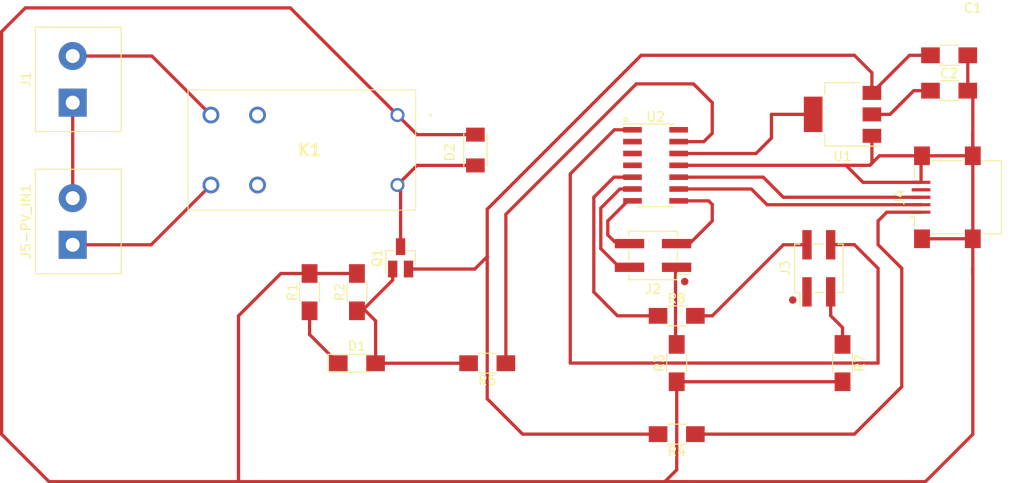
<source format=kicad_pcb>
(kicad_pcb (version 20211014) (generator pcbnew)
  (layers (0 "F.Cu" signal) (31 "B.Cu" signal) (34 "B.Paste" user) (35 "F.Paste" user) (36 "B.SilkS" user "B.Silkscreen") (37 "F.SilkS" user "F.Silkscreen") (38 "B.Mask" user) (39 "F.Mask" user) (44 "Edge.Cuts" user))
  (net 0 "")
  (net 1 "-PV IN")
  (net 2 "+5V")
  (net 3 "+3V3")
  (net 4 "OR1")
  (net 5 "Net-(D1-Pad1)")
  (net 6 "Net-(D2-Pad2)")
  (net 7 "Oven Element 1 +")
  (net 8 "RST")
  (net 9 "DIO")
  (net 10 "CLK")
  (net 11 "SCL")
  (net 12 "SDA")
  (net 13 "D- USB ")
  (net 14 "D+ USB ")
  (net 16 "+PV IN")
  (net 19 "OR2")
  (net 20 "OR3")
  (net 23 "GND")
  (net 25 "Net-(J2-Pad1)")
  (net 26 "Net-(J3-Pad2)")
  (net 27 "Net-(J3-Pad3)")
  (net 28 "Net-(R5-Pad1)")
  (footprint "fab:R_1206" (layer "F.Cu") (at 139.7 102.87 180)
    (fp_text reference "R5" (at 0 -1.85) (layer "F.SilkS"))
    (fp_text value "R")
    (fp_line (start -1 -1.07) (end 1 -1.07) (layer "F.SilkS") (width 0.12))
    (fp_line (start 1 1.07) (end -1 1.07) (layer "F.SilkS") (width 0.12))
    (pad "1" smd rect locked (at -2 0 180) (size 2 1.7) (layers "F.Cu" "F.Paste" "F.Mask") (net 28 "Net-(R5-Pad1)"))
    (pad "2" smd rect locked (at 2 0 180) (size 2 1.7) (layers "F.Cu" "F.Paste" "F.Mask") (net 4 "OR1"))
  )
  (footprint "fab:C_1206" (layer "F.Cu") (at 189.23 69.85)
    (fp_text reference "C1" (at 2.54 -5.08) (layer "F.SilkS"))
    (fp_text value "C")
    (fp_line (start 1 1.07) (end -1 1.07) (layer "F.SilkS") (width 0.12))
    (fp_line (start -1 -1.07) (end 1 -1.07) (layer "F.SilkS") (width 0.12))
    (pad "1" smd rect locked (at -2 0) (size 2 1.7) (layers "F.Cu" "F.Paste" "F.Mask") (net 2 "+5V"))
    (pad "2" smd rect locked (at 2 0) (size 2 1.7) (layers "F.Cu" "F.Paste" "F.Mask") (net 23 "GND"))
  )
  (footprint "fab:TerminalBlock_OnShore_1x02_P5.00mm_Horizontal" (layer "F.Cu") (at 95.25 74.93 90)
    (fp_text reference "J1" (at 2.5 -5 90) (layer "F.SilkS"))
    (fp_text value "Oven Element 1")
    (fp_line (start -3.1 -4) (end -3.1 5.2) (layer "F.SilkS") (width 0.12))
    (fp_line (start -3.1 5.2) (end 8.1 5.2) (layer "F.SilkS") (width 0.12))
    (fp_line (start 8.1 -4) (end 8.1 5.2) (layer "F.SilkS") (width 0.12))
    (fp_line (start -3.1 -4) (end 8.1 -4) (layer "F.SilkS") (width 0.12))
    (pad "1" thru_hole rect locked (at 0 0 90) (size 3 3) (drill 1.5) (layers *.Cu *.Mask) (net 1 "-PV IN"))
    (pad "2" thru_hole circle locked (at 5 0 90) (size 3 3) (drill 1.5) (layers *.Cu *.Mask) (net 7 "Oven Element 1 +"))
  )
  (footprint "fab:R_1206" (layer "F.Cu") (at 160.02 102.855 90)
    (fp_text reference "R3" (at 0 -1.85 90) (layer "F.SilkS"))
    (fp_text value "R")
    (fp_line (start 1 1.07) (end -1 1.07) (layer "F.SilkS") (width 0.12))
    (fp_line (start -1 -1.07) (end 1 -1.07) (layer "F.SilkS") (width 0.12))
    (pad "1" smd rect locked (at -2 0 90) (size 2 1.7) (layers "F.Cu" "F.Paste" "F.Mask") (net 23 "GND"))
    (pad "2" smd rect locked (at 2 0 90) (size 2 1.7) (layers "F.Cu" "F.Paste" "F.Mask") (net 25 "Net-(J2-Pad1)"))
  )
  (footprint "fab:TerminalBlock_OnShore_1x02_P5.00mm_Horizontal" (layer "F.Cu") (at 95.25 90.17 90)
    (fp_text reference "J5-PV_IN1" (at 2.5 -5 90) (layer "F.SilkS"))
    (fp_text value " PV +/-  IN.  Screw_Terminal_01x02_P5mm")
    (fp_line (start -3.1 -4) (end 8.1 -4) (layer "F.SilkS") (width 0.12))
    (fp_line (start -3.1 -4) (end -3.1 5.2) (layer "F.SilkS") (width 0.12))
    (fp_line (start 8.1 -4) (end 8.1 5.2) (layer "F.SilkS") (width 0.12))
    (fp_line (start -3.1 5.2) (end 8.1 5.2) (layer "F.SilkS") (width 0.12))
    (pad "1" thru_hole rect locked (at 0 0 90) (size 3 3) (drill 1.5) (layers *.Cu *.Mask) (net 16 "+PV IN"))
    (pad "2" thru_hole circle locked (at 5 0 90) (size 3 3) (drill 1.5) (layers *.Cu *.Mask) (net 1 "-PV IN"))
  )
  (footprint "fab:R_1206" (layer "F.Cu") (at 177.8 102.855 -90)
    (fp_text reference "R7" (at 0 -1.85 90) (layer "F.SilkS"))
    (fp_text value "0")
    (fp_line (start 1 1.07) (end -1 1.07) (layer "F.SilkS") (width 0.12))
    (fp_line (start -1 -1.07) (end 1 -1.07) (layer "F.SilkS") (width 0.12))
    (pad "1" smd rect locked (at -2 0 270) (size 2 1.7) (layers "F.Cu" "F.Paste" "F.Mask") (net 27 "Net-(J3-Pad3)"))
    (pad "2" smd rect locked (at 2 0 270) (size 2 1.7) (layers "F.Cu" "F.Paste" "F.Mask") (net 23 "GND"))
  )
  (footprint "fab:PinHeader_2x02_P2.54mm_Vertical_SMD" (layer "F.Cu") (at 175.26 92.695 90)
    (fp_text reference "J3" (at 0 -3.6 90) (layer "F.SilkS"))
    (fp_text value "I2C Jack ")
    (fp_circle (center -3.4 -2.8) (end -3.1 -2.8) (layer "F.Cu") (width 0.2) (fill solid))
    (fp_line (start -2.6 2.03) (end -2.6 2.6) (layer "F.SilkS") (width 0.12))
    (fp_line (start -2.6 -2.6) (end -2.6 -2.03) (layer "F.SilkS") (width 0.12))
    (fp_line (start 2.6 -2.6) (end 2.6 -2.03) (layer "F.SilkS") (width 0.12))
    (fp_line (start -2.6 -0.51) (end -2.6 0.51) (layer "F.SilkS") (width 0.12))
    (fp_line (start 2.6 2.03) (end 2.6 2.6) (layer "F.SilkS") (width 0.12))
    (fp_line (start -4.04 -2.03) (end -2.6 -2.03) (layer "F.SilkS") (width 0.12))
    (fp_line (start 2.6 -0.51) (end 2.6 0.51) (layer "F.SilkS") (width 0.12))
    (fp_line (start -2.6 2.6) (end 2.6 2.6) (layer "F.SilkS") (width 0.12))
    (fp_line (start -2.6 -2.6) (end 2.6 -2.6) (layer "F.SilkS") (width 0.12))
    (pad "1" smd rect (at -2.525 -1.27 90) (size 3.15 1) (layers "F.Cu" "F.Paste" "F.Mask"))
    (pad "2" smd rect (at 2.525 -1.27 90) (size 3.15 1) (layers "F.Cu" "F.Paste" "F.Mask") (net 26 "Net-(J3-Pad2)"))
    (pad "3" smd rect (at -2.525 1.27 90) (size 3.15 1) (layers "F.Cu" "F.Paste" "F.Mask") (net 27 "Net-(J3-Pad3)"))
    (pad "4" smd rect (at 2.525 1.27 90) (size 3.15 1) (layers "F.Cu" "F.Paste" "F.Mask") (net 12 "SDA"))
  )
  (footprint "fab:PinHeader_2x02_P2.54mm_Vertical_SMD" (layer "F.Cu") (at 157.48 91.31337 180)
    (fp_text reference "J2" (at 0 -3.6) (layer "F.SilkS"))
    (fp_text value "Programming Jack ")
    (fp_circle (center -3.4 -2.8) (end -3.1 -2.8) (layer "F.Cu") (width 0.2) (fill solid))
    (fp_line (start -4.04 -2.03) (end -2.6 -2.03) (layer "F.SilkS") (width 0.12))
    (fp_line (start -2.6 2.6) (end 2.6 2.6) (layer "F.SilkS") (width 0.12))
    (fp_line (start 2.6 -2.6) (end 2.6 -2.03) (layer "F.SilkS") (width 0.12))
    (fp_line (start -2.6 2.03) (end -2.6 2.6) (layer "F.SilkS") (width 0.12))
    (fp_line (start -2.6 -0.51) (end -2.6 0.51) (layer "F.SilkS") (width 0.12))
    (fp_line (start 2.6 2.03) (end 2.6 2.6) (layer "F.SilkS") (width 0.12))
    (fp_line (start -2.6 -2.6) (end -2.6 -2.03) (layer "F.SilkS") (width 0.12))
    (fp_line (start -2.6 -2.6) (end 2.6 -2.6) (layer "F.SilkS") (width 0.12))
    (fp_line (start 2.6 -0.51) (end 2.6 0.51) (layer "F.SilkS") (width 0.12))
    (pad "1" smd rect (at -2.525 -1.27 180) (size 3.15 1) (layers "F.Cu" "F.Paste" "F.Mask") (net 25 "Net-(J2-Pad1)"))
    (pad "2" smd rect (at 2.525 -1.27 180) (size 3.15 1) (layers "F.Cu" "F.Paste" "F.Mask") (net 8 "RST"))
    (pad "3" smd rect (at -2.525 1.27 180) (size 3.15 1) (layers "F.Cu" "F.Paste" "F.Mask") (net 9 "DIO"))
    (pad "4" smd rect (at 2.525 1.27 180) (size 3.15 1) (layers "F.Cu" "F.Paste" "F.Mask") (net 10 "CLK"))
  )
  (footprint "fab:R_1206" (layer "F.Cu") (at 120.65 95.25 90)
    (fp_text reference "R1" (at 0 -1.85 90) (layer "F.SilkS"))
    (fp_text value "Current Limiting ")
    (fp_line (start 1 1.07) (end -1 1.07) (layer "F.SilkS") (width 0.12))
    (fp_line (start -1 -1.07) (end 1 -1.07) (layer "F.SilkS") (width 0.12))
    (pad "1" smd rect locked (at -2 0 90) (size 2 1.7) (layers "F.Cu" "F.Paste" "F.Mask") (net 5 "Net-(D1-Pad1)"))
    (pad "2" smd rect locked (at 2 0 90) (size 2 1.7) (layers "F.Cu" "F.Paste" "F.Mask") (net 23 "GND"))
  )
  (footprint "fab:R_1206" (layer "F.Cu") (at 160.02 97.79)
    (fp_text reference "R8" (at 0 -1.85) (layer "F.SilkS"))
    (fp_text value "0")
    (fp_line (start -1 -1.07) (end 1 -1.07) (layer "F.SilkS") (width 0.12))
    (fp_line (start 1 1.07) (end -1 1.07) (layer "F.SilkS") (width 0.12))
    (pad "1" smd rect locked (at -2 0) (size 2 1.7) (layers "F.Cu" "F.Paste" "F.Mask") (net 11 "SCL"))
    (pad "2" smd rect locked (at 2 0) (size 2 1.7) (layers "F.Cu" "F.Paste" "F.Mask") (net 26 "Net-(J3-Pad2)"))
  )
  (footprint "fab:R_1206" (layer "F.Cu") (at 125.73 95.25 90)
    (fp_text reference "R2" (at 0 -1.85 90) (layer "F.SilkS"))
    (fp_text value "10 K PULL DOWN ")
    (fp_line (start -1 -1.07) (end 1 -1.07) (layer "F.SilkS") (width 0.12))
    (fp_line (start 1 1.07) (end -1 1.07) (layer "F.SilkS") (width 0.12))
    (pad "1" smd rect locked (at -2 0 90) (size 2 1.7) (layers "F.Cu" "F.Paste" "F.Mask") (net 4 "OR1"))
    (pad "2" smd rect locked (at 2 0 90) (size 2 1.7) (layers "F.Cu" "F.Paste" "F.Mask") (net 23 "GND"))
  )
  (footprint "fab:C_1206" (layer "F.Cu") (at 189.23 73.645)
    (fp_text reference "C2" (at 0 -1.85) (layer "F.SilkS"))
    (fp_text value "C")
    (fp_line (start 1 1.07) (end -1 1.07) (layer "F.SilkS") (width 0.12))
    (fp_line (start -1 -1.07) (end 1 -1.07) (layer "F.SilkS") (width 0.12))
    (pad "1" smd rect locked (at -2 0) (size 2 1.7) (layers "F.Cu" "F.Paste" "F.Mask") (net 3 "+3V3"))
    (pad "2" smd rect locked (at 2 0) (size 2 1.7) (layers "F.Cu" "F.Paste" "F.Mask") (net 23 "GND"))
  )
  (footprint "fab:LED_1206" (layer "F.Cu") (at 125.73 102.87)
    (fp_text reference "D1" (at 0 -1.85) (layer "F.SilkS"))
    (fp_text value "LED")
    (fp_line (start -3.1 -0.95) (end -3.1 0.95) (layer "F.SilkS") (width 0.12))
    (fp_line (start -3.1 -0.95) (end 1.6 -0.95) (layer "F.SilkS") (width 0.12))
    (fp_line (start -3.1 0.95) (end 1.6 0.95) (layer "F.SilkS") (width 0.12))
    (pad "1" smd rect locked (at -2 0) (size 2 1.7) (layers "F.Cu" "F.Paste" "F.Mask") (net 5 "Net-(D1-Pad1)"))
    (pad "2" smd rect locked (at 2 0) (size 2 1.7) (layers "F.Cu" "F.Paste" "F.Mask") (net 4 "OR1"))
  )
  (footprint "fab:SOT-223-3_TabPin2" (layer "F.Cu") (at 177.8 76.185 180)
    (fp_text reference "U1" (at 0 -4.5) (layer "F.SilkS"))
    (fp_text value "Regulator_Linear_ZLDO1117-3.3V-1A")
    (fp_line (start 1.91 3.41) (end 1.91 2.15) (layer "F.SilkS") (width 0.12))
    (fp_line (start 1.91 -3.41) (end 1.91 -2.15) (layer "F.SilkS") (width 0.12))
    (fp_line (start -4.1 -3.41) (end 1.91 -3.41) (layer "F.SilkS") (width 0.12))
    (fp_line (start -1.85 3.41) (end 1.91 3.41) (layer "F.SilkS") (width 0.12))
    (pad "1" smd rect locked (at -3.15 -2.3 180) (size 2 1.5) (layers "F.Cu" "F.Paste" "F.Mask") (net 23 "GND"))
    (pad "2" smd rect locked (at -3.15 0 180) (size 2 1.5) (layers "F.Cu" "F.Paste" "F.Mask") (net 3 "+3V3"))
    (pad "2" smd rect locked (at 3.15 0 180) (size 2 3.8) (layers "F.Cu" "F.Paste" "F.Mask") (net 3 "+3V3"))
    (pad "3" smd rect locked (at -3.15 2.3 180) (size 2 1.5) (layers "F.Cu" "F.Paste" "F.Mask") (net 2 "+5V"))
  )
  (footprint "fab:Diode_Schotky_100V_1A_Mini_SMA" (layer "F.Cu") (at 138.43 80.01 -90)
    (fp_text reference "D2" (at 0.25 2.75 90) (layer "F.SilkS"))
    (fp_text value "D_Schottky_100V_1A")
    (fp_line (start -1.75 1.25) (end 1.75 1.25) (layer "F.SilkS") (width 0.12))
    (fp_line (start -1.75 -1.25) (end 1.75 -1.25) (layer "F.SilkS") (width 0.12))
    (pad "1" smd rect locked (at -1.65 0 270) (size 1.5 2) (layers "F.Cu" "F.Paste" "F.Mask") (net 23 "GND"))
    (pad "2" smd rect locked (at 1.65 0 270) (size 1.5 2) (layers "F.Cu" "F.Paste" "F.Mask") (net 6 "Net-(D2-Pad2)"))
  )
  (footprint "Connector_USB:USB_Mini-B_Lumberg_2486_01_Horizontal" (layer "F.Cu") (at 188.92 85.075 90)
    (fp_text reference "J4" (at 0 -5 90) (layer "F.SilkS"))
    (fp_text value "USB_B_Mini")
    (fp_line (start 2.11 -3.41) (end 3.19 -3.41) (layer "F.SilkS") (width 0.12))
    (fp_line (start -3.19 -3.41) (end -2.11 -3.41) (layer "F.SilkS") (width 0.12))
    (fp_line (start -3.91 5.91) (end -3.91 3.96) (layer "F.SilkS") (width 0.12))
    (fp_line (start 3.91 1.74) (end 3.91 -1.49) (layer "F.SilkS") (width 0.12))
    (fp_line (start 3.91 5.91) (end 3.91 3.96) (layer "F.SilkS") (width 0.12))
    (fp_line (start -2.11 -3.41) (end -2.11 -3.84) (layer "F.SilkS") (width 0.12))
    (fp_line (start 3.91 5.91) (end -3.91 5.91) (layer "F.SilkS") (width 0.12))
    (fp_line (start -3.91 1.74) (end -3.91 -1.49) (layer "F.SilkS") (width 0.12))
    (pad "" np_thru_hole circle (at -2.2 0 90) (size 1 1) (drill 1) (layers *.Cu *.Mask))
    (pad "" np_thru_hole circle (at 2.2 0 90) (size 1 1) (drill 1) (layers *.Cu *.Mask))
    (pad "1" smd rect (at -1.6 -2.7 90) (size 0.33 2) (layers "F.Cu" "F.Paste" "F.Mask") (net 2 "+5V"))
    (pad "2" smd rect (at -0.8 -2.7 90) (size 0.33 2) (layers "F.Cu" "F.Paste" "F.Mask") (net 13 "D- USB "))
    (pad "3" smd rect (at 0 -2.7 90) (size 0.35 2) (layers "F.Cu" "F.Paste" "F.Mask") (net 14 "D+ USB "))
    (pad "4" smd rect (at 0.8 -2.7 90) (size 0.35 2) (layers "F.Cu" "F.Paste" "F.Mask"))
    (pad "5" smd rect (at 1.6 -2.7 90) (size 0.33 2) (layers "F.Cu" "F.Paste" "F.Mask") (net 23 "GND"))
    (pad "6" smd rect (at -4.45 -2.6 90) (size 2 1.7) (layers "F.Cu" "F.Paste" "F.Mask") (net 23 "GND"))
    (pad "6" smd rect (at 4.45 -2.6 90) (size 2 1.7) (layers "F.Cu" "F.Paste" "F.Mask") (net 23 "GND"))
    (pad "6" smd rect (at 4.45 2.85 90) (size 2 1.7) (layers "F.Cu" "F.Paste" "F.Mask") (net 23 "GND"))
    (pad "6" smd rect (at -4.45 2.85 90) (size 2 1.7) (layers "F.Cu" "F.Paste" "F.Mask") (net 23 "GND"))
  )
  (footprint "fab:SOIC-14_3.9x8.7mm_P1.27mm" (layer "F.Cu") (at 157.75 81.65)
    (fp_text reference "U2" (at 0 -5.2) (layer "F.SilkS"))
    (fp_text value "ATSAMD11C14A-SS")
    (fp_line (start 0 -4.435) (end 1.95 -4.435) (layer "F.SilkS") (width 0.12))
    (fp_line (start 0 4.435) (end 1.95 4.435) (layer "F.SilkS") (width 0.12))
    (fp_line (start 0 4.435) (end -1.95 4.435) (layer "F.SilkS") (width 0.12))
    (fp_line (start 0 -4.435) (end -3.45 -4.435) (layer "F.SilkS") (width 0.12))
    (fp_circle (center -3.2 -4.9) (end -3.2 -4.7) (layer "F.SilkS") (width 0.12) (fill none))
    (pad "1" smd rect (at -2.475 -3.81) (size 2 0.6) (layers "F.Cu" "F.Paste" "F.Mask") (net 12 "SDA"))
    (pad "2" smd rect (at -2.475 -2.54) (size 2 0.6) (layers "F.Cu" "F.Paste" "F.Mask"))
    (pad "3" smd rect (at -2.475 -1.27) (size 2 0.6) (layers "F.Cu" "F.Paste" "F.Mask"))
    (pad "4" smd rect (at -2.475 0) (size 2 0.6) (layers "F.Cu" "F.Paste" "F.Mask") (net 19 "OR2"))
    (pad "5" smd rect (at -2.475 1.27) (size 2 0.6) (layers "F.Cu" "F.Paste" "F.Mask") (net 11 "SCL"))
    (pad "6" smd rect (at -2.475 2.54) (size 2 0.6) (layers "F.Cu" "F.Paste" "F.Mask") (net 8 "RST"))
    (pad "7" smd rect (at -2.475 3.81) (size 2 0.6) (layers "F.Cu" "F.Paste" "F.Mask") (net 10 "CLK"))
    (pad "8" smd rect (at 2.475 3.81) (size 2 0.6) (layers "F.Cu" "F.Paste" "F.Mask") (net 9 "DIO"))
    (pad "9" smd rect (at 2.475 2.54) (size 2 0.6) (layers "F.Cu" "F.Paste" "F.Mask") (net 13 "D- USB "))
    (pad "10" smd rect (at 2.475 1.27) (size 2 0.6) (layers "F.Cu" "F.Paste" "F.Mask") (net 14 "D+ USB "))
    (pad "11" smd rect (at 2.475 0) (size 2 0.6) (layers "F.Cu" "F.Paste" "F.Mask") (net 23 "GND"))
    (pad "12" smd rect (at 2.475 -1.27) (size 2 0.6) (layers "F.Cu" "F.Paste" "F.Mask") (net 3 "+3V3"))
    (pad "13" smd rect (at 2.475 -2.54) (size 2 0.6) (layers "F.Cu" "F.Paste" "F.Mask") (net 28 "Net-(R5-Pad1)"))
    (pad "14" smd rect (at 2.475 -3.81) (size 2 0.6) (layers "F.Cu" "F.Paste" "F.Mask") (net 20 "OR3"))
  )
  (footprint "SamacSys_Parts:OSASH205DM5600" (layer "F.Cu") (at 130.075 76.26 180)
    (fp_text reference "K1" (at 9.425 -3.75) (layer "F.SilkS") (effects (font (size 1.27 1.27) (thickness 0.254))))
    (fp_text value "Relay OSA-SH-205DM5,600" hide)
    (fp_line (start 22.45 2.7) (end -1.95 2.7) (layer "F.SilkS") (width 0.1))
    (fp_line (start -3.6 0) (end -3.6 0) (layer "F.SilkS") (width 0.2))
    (fp_line (start -3.6 0) (end -3.6 0) (layer "F.SilkS") (width 0.2))
    (fp_line (start -1.95 2.7) (end -1.95 -10.2) (layer "F.SilkS") (width 0.1))
    (fp_line (start -1.95 -10.2) (end 22.45 -10.2) (layer "F.SilkS") (width 0.1))
    (fp_line (start -3.5 0) (end -3.5 0) (layer "F.SilkS") (width 0.2))
    (fp_line (start 22.45 -10.2) (end 22.45 2.7) (layer "F.SilkS") (width 0.1))
    (fp_arc (start -3.5 0) (mid -3.55 0.05) (end -3.6 0) (layer "F.SilkS") (width 0.2))
    (fp_arc (start -3.5 0) (mid -3.55 0.05) (end -3.6 0) (layer "F.SilkS") (width 0.2))
    (fp_arc (start -3.6 0) (mid -3.55 -0.05) (end -3.5 0) (layer "F.SilkS") (width 0.2))
    (pad "1" thru_hole circle locked (at 0 0 180) (size 1.5 1.5) (drill 1) (layers *.Cu *.Mask) (net 23 "GND"))
    (pad "2" thru_hole circle locked (at 15 0 180) (size 1.8 1.8) (drill 1.2) (layers *.Cu *.Mask))
    (pad "3" thru_hole circle locked (at 20 0 180) (size 1.8 1.8) (drill 1.2) (layers *.Cu *.Mask) (net 7 "Oven Element 1 +"))
    (pad "4" thru_hole circle locked (at 20 -7.5 180) (size 1.8 1.8) (drill 1.2) (layers *.Cu *.Mask) (net 16 "+PV IN"))
    (pad "5" thru_hole circle locked (at 15 -7.5 180) (size 1.8 1.8) (drill 1.2) (layers *.Cu *.Mask))
    (pad "6" thru_hole circle locked (at 0 -7.5 180) (size 1.5 1.5) (drill 1) (layers *.Cu *.Mask) (net 6 "Net-(D2-Pad2)"))
  )
  (footprint "fab:R_1206" (layer "F.Cu") (at 160.02 110.475 180)
    (fp_text reference "R4" (at 0 -1.85) (layer "F.SilkS"))
    (fp_text value "0")
    (fp_line (start 1 1.07) (end -1 1.07) (layer "F.SilkS") (width 0.12))
    (fp_line (start -1 -1.07) (end 1 -1.07) (layer "F.SilkS") (width 0.12))
    (pad "1" smd rect locked (at -2 0 180) (size 2 1.7) (layers "F.Cu" "F.Paste" "F.Mask") (net 2 "+5V"))
    (pad "2" smd rect locked (at 2 0 180) (size 2 1.7) (layers "F.Cu" "F.Paste" "F.Mask") (net 2 "+5V"))
  )
  (footprint "fab:SOT-23" (layer "F.Cu") (at 130.41 91.57 90)
    (fp_text reference "Q1" (at 0 -2.5 90) (layer "F.SilkS"))
    (fp_text value "MOSFET_P-CH_30V_1.1A")
    (fp_line (start 0.76 1.58) (end 0.76 0.65) (layer "F.SilkS") (width 0.12))
    (fp_line (start 0.76 -1.58) (end -1.4 -1.58) (layer "F.SilkS") (width 0.12))
    (fp_line (start 0.76 -1.58) (end 0.76 -0.65) (layer "F.SilkS") (width 0.12))
    (fp_line (start 0.76 1.58) (end -0.7 1.58) (layer "F.SilkS") (width 0.12))
    (pad "1" smd rect locked (at -1.2 -0.85 90) (size 1.8 1) (layers "F.Cu" "F.Paste" "F.Mask") (net 4 "OR1"))
    (pad "2" smd rect locked (at -1.2 0.85 90) (size 1.8 1) (layers "F.Cu" "F.Paste" "F.Mask") (net 2 "+5V"))
    (pad "3" smd rect locked (at 1.2 0 90) (size 1.8 1) (layers "F.Cu" "F.Paste" "F.Mask") (net 6 "Net-(D2-Pad2)"))
  )
  (segment (start 95.25 74.93) (end 95.25 85.17) (width 0.35) (layer "F.Cu") (net 1))
  (segment (start 181.61 87.615) (end 181.61 90.155) (width 0.35) (layer "F.Cu") (net 2))
  (segment (start 179.07 69.85) (end 156.21 69.85) (width 0.35) (layer "F.Cu") (net 2))
  (segment (start 162.02 110.475) (end 179.07 110.475) (width 0.35) (layer "F.Cu") (net 2))
  (segment (start 182.55 86.675) (end 181.61 87.615) (width 0.35) (layer "F.Cu") (net 2))
  (segment (start 139.7 106.68) (end 139.7 91.44) (width 0.35) (layer "F.Cu") (net 2))
  (segment (start 184.985 69.85) (end 187.23 69.85) (width 0.35) (layer "F.Cu") (net 2))
  (segment (start 180.935 71.715) (end 179.07 69.85) (width 0.35) (layer "F.Cu") (net 2))
  (segment (start 184.15 92.695) (end 184.15 105.395) (width 0.35) (layer "F.Cu") (net 2))
  (segment (start 158.02 110.475) (end 143.495 110.475) (width 0.35) (layer "F.Cu") (net 2))
  (segment (start 131.26 92.77) (end 138.37 92.77) (width 0.35) (layer "F.Cu") (net 2))
  (segment (start 180.95 73.885) (end 184.985 69.85) (width 0.35) (layer "F.Cu") (net 2))
  (segment (start 180.95 73.885) (end 180.95 71.715) (width 0.35) (layer "F.Cu") (net 2))
  (segment (start 184.15 105.395) (end 179.07 110.475) (width 0.35) (layer "F.Cu") (net 2))
  (segment (start 139.7 86.36) (end 139.7 91.44) (width 0.35) (layer "F.Cu") (net 2))
  (segment (start 180.95 71.715) (end 180.935 71.715) (width 0.35) (layer "F.Cu") (net 2))
  (segment (start 143.495 110.475) (end 139.7 106.68) (width 0.35) (layer "F.Cu") (net 2))
  (segment (start 186.22 86.675) (end 182.55 86.675) (width 0.35) (layer "F.Cu") (net 2))
  (segment (start 181.61 90.155) (end 184.15 92.695) (width 0.35) (layer "F.Cu") (net 2))
  (segment (start 138.37 92.77) (end 139.7 91.44) (width 0.35) (layer "F.Cu") (net 2))
  (segment (start 156.21 69.85) (end 139.7 86.36) (width 0.35) (layer "F.Cu") (net 2))
  (segment (start 170.18 78.725) (end 170.18 76.185) (width 0.35) (layer "F.Cu") (net 3))
  (segment (start 170.18 76.185) (end 174.65 76.185) (width 0.35) (layer "F.Cu") (net 3))
  (segment (start 182.895 76.185) (end 180.95 76.185) (width 0.35) (layer "F.Cu") (net 3))
  (segment (start 187.23 73.645) (end 185.435 73.645) (width 0.35) (layer "F.Cu") (net 3))
  (segment (start 168.525 80.38) (end 160.225 80.38) (width 0.35) (layer "F.Cu") (net 3))
  (segment (start 168.525 80.38) (end 170.18 78.725) (width 0.35) (layer "F.Cu") (net 3))
  (segment (start 184.15 74.93) (end 182.895 76.185) (width 0.35) (layer "F.Cu") (net 3))
  (segment (start 185.435 73.645) (end 184.15 74.93) (width 0.35) (layer "F.Cu") (net 3))
  (segment (start 129.56 93.96) (end 125.73 97.79) (width 0.35) (layer "F.Cu") (net 4))
  (segment (start 126.65 97.25) (end 125.73 97.25) (width 0.35) (layer "F.Cu") (net 4))
  (segment (start 129.56 92.77) (end 129.56 93.96) (width 0.35) (layer "F.Cu") (net 4))
  (segment (start 127.73 98.33) (end 127.73 102.87) (width 0.35) (layer "F.Cu") (net 4))
  (segment (start 125.73 97.25) (end 125.73 97.79) (width 0.35) (layer "F.Cu") (net 4))
  (segment (start 127.73 102.87) (end 137.7 102.87) (width 0.35) (layer "F.Cu") (net 4))
  (segment (start 127.73 98.33) (end 126.65 97.25) (width 0.35) (layer "F.Cu") (net 4))
  (segment (start 120.65 99.79) (end 123.73 102.87) (width 0.35) (layer "F.Cu") (net 5))
  (segment (start 120.65 97.25) (end 120.65 99.79) (width 0.35) (layer "F.Cu") (net 5))
  (segment (start 132.175 81.66) (end 138.43 81.66) (width 0.35) (layer "F.Cu") (net 6))
  (segment (start 130.41 84.095) (end 130.075 83.76) (width 0.35) (layer "F.Cu") (net 6))
  (segment (start 130.075 83.76) (end 132.175 81.66) (width 0.35) (layer "F.Cu") (net 6))
  (segment (start 130.41 90.37) (end 130.41 84.095) (width 0.35) (layer "F.Cu") (net 6))
  (segment (start 103.745 69.93) (end 110.075 76.26) (width 0.35) (layer "F.Cu") (net 7))
  (segment (start 95.25 69.93) (end 103.745 69.93) (width 0.35) (layer "F.Cu") (net 7))
  (segment (start 151.87952 86.23548) (end 153.925 84.19) (width 0.35) (layer "F.Cu") (net 8))
  (segment (start 153.88 92.58337) (end 151.87952 90.58289) (width 0.35) (layer "F.Cu") (net 8))
  (segment (start 154.955 92.58337) (end 153.88 92.58337) (width 0.35) (layer "F.Cu") (net 8))
  (segment (start 153.925 84.19) (end 155.275 84.19) (width 0.35) (layer "F.Cu") (net 8))
  (segment (start 151.87952 90.58289) (end 151.87952 86.23548) (width 0.35) (layer "F.Cu") (net 8))
  (segment (start 163.83 85.845) (end 163.445 85.46) (width 0.35) (layer "F.Cu") (net 9))
  (segment (start 160.225 85.46) (end 163.445 85.46) (width 0.35) (layer "F.Cu") (net 9))
  (segment (start 163.83 87.615) (end 163.83 85.845) (width 0.35) (layer "F.Cu") (net 9))
  (segment (start 160.005 90.04337) (end 161.40163 90.04337) (width 0.35) (layer "F.Cu") (net 9))
  (segment (start 161.40163 90.04337) (end 163.83 87.615) (width 0.35) (layer "F.Cu") (net 9))
  (segment (start 153.34837 89.83337) (end 152.62904 89.11404) (width 0.35) (layer "F.Cu") (net 10))
  (segment (start 153.67 89.83337) (end 153.34837 89.83337) (width 0.35) (layer "F.Cu") (net 10))
  (segment (start 153.88 90.04337) (end 153.67 89.83337) (width 0.35) (layer "F.Cu") (net 10))
  (segment (start 152.62904 87.615) (end 154.78404 85.46) (width 0.35) (layer "F.Cu") (net 10))
  (segment (start 152.62904 89.11404) (end 152.62904 87.615) (width 0.35) (layer "F.Cu") (net 10))
  (segment (start 154.955 90.04337) (end 153.88 90.04337) (width 0.35) (layer "F.Cu") (net 10))
  (segment (start 154.78404 85.46) (end 155.275 85.46) (width 0.35) (layer "F.Cu") (net 10))
  (segment (start 151.13 95.235) (end 151.13 85.075) (width 0.35) (layer "F.Cu") (net 11))
  (segment (start 152.28837 96.40837) (end 153.67 97.79) (width 0.35) (layer "F.Cu") (net 11))
  (segment (start 151.13 85.075) (end 153.285 82.92) (width 0.35) (layer "F.Cu") (net 11))
  (segment (start 152.28837 96.39337) (end 152.28837 96.40837) (width 0.35) (layer "F.Cu") (net 11))
  (segment (start 153.67 97.79) (end 158.02 97.79) (width 0.35) (layer "F.Cu") (net 11))
  (segment (start 152.28837 96.39337) (end 151.13 95.235) (width 0.35) (layer "F.Cu") (net 11))
  (segment (start 153.285 82.92) (end 155.275 82.92) (width 0.35) (layer "F.Cu") (net 11))
  (segment (start 148.605 82.565) (end 148.605 102.855) (width 0.35) (layer "F.Cu") (net 12))
  (segment (start 176.53 90.155) (end 179.07 90.155) (width 0.35) (layer "F.Cu") (net 12))
  (segment (start 181.61 92.695) (end 181.61 102.855) (width 0.35) (layer "F.Cu") (net 12))
  (segment (start 155.275 77.84) (end 153.33 77.84) (width 0.35) (layer "F.Cu") (net 12))
  (segment (start 153.33 77.84) (end 148.605 82.565) (width 0.35) (layer "F.Cu") (net 12))
  (segment (start 181.61 102.855) (end 148.605 102.855) (width 0.35) (layer "F.Cu") (net 12))
  (segment (start 179.07 90.155) (end 181.61 92.695) (width 0.35) (layer "F.Cu") (net 12))
  (segment (start 186.22 85.875) (end 169.71 85.875) (width 0.35) (layer "F.Cu") (net 13))
  (segment (start 169.71 85.875) (end 168.025 84.19) (width 0.35) (layer "F.Cu") (net 13))
  (segment (start 168.025 84.19) (end 160.225 84.19) (width 0.35) (layer "F.Cu") (net 13))
  (segment (start 169.295 82.92) (end 171.45 85.075) (width 0.35) (layer "F.Cu") (net 14))
  (segment (start 171.45 85.075) (end 186.22 85.075) (width 0.35) (layer "F.Cu") (net 14))
  (segment (start 160.225 82.92) (end 169.295 82.92) (width 0.35) (layer "F.Cu") (net 14))
  (segment (start 103.665 90.17) (end 110.075 83.76) (width 0.35) (layer "F.Cu") (net 16))
  (segment (start 95.25 90.17) (end 103.665 90.17) (width 0.35) (layer "F.Cu") (net 16))
  (segment (start 186.22 83.475) (end 179.995 83.475) (width 0.35) (layer "F.Cu") (net 23))
  (segment (start 191.77 80.625) (end 191.77 74.185) (width 0.35) (layer "F.Cu") (net 23))
  (segment (start 113.03 97.79) (end 113.03 115.57) (width 0.35) (layer "F.Cu") (net 23))
  (segment (start 178.17 81.65) (end 180.725 81.65) (width 0.35) (layer "F.Cu") (net 23))
  (segment (start 186.69 115.57) (end 161.29 115.57) (width 0.35) (layer "F.Cu") (net 23))
  (segment (start 118.585 64.77) (end 130.075 76.26) (width 0.35) (layer "F.Cu") (net 23))
  (segment (start 186.22 83.475) (end 186.22 80.725) (width 0.35) (layer "F.Cu") (net 23))
  (segment (start 191.77 74.185) (end 191.23 73.645) (width 0.35) (layer "F.Cu") (net 23))
  (segment (start 92.71 115.57) (end 87.63 110.49) (width 0.35) (layer "F.Cu") (net 23))
  (segment (start 160.225 81.65) (end 178.17 81.65) (width 0.35) (layer "F.Cu") (net 23))
  (segment (start 191.77 80.625) (end 191.77 78.105) (width 0.35) (layer "F.Cu") (net 23))
  (segment (start 191.77 89.525) (end 186.32 89.525) (width 0.35) (layer "F.Cu") (net 23))
  (segment (start 186.22 80.725) (end 186.32 80.625) (width 0.35) (layer "F.Cu") (net 23))
  (segment (start 191.77 110.49) (end 186.69 115.57) (width 0.35) (layer "F.Cu") (net 23))
  (segment (start 160.02 104.855) (end 160.02 111.745) (width 0.35) (layer "F.Cu") (net 23))
  (segment (start 180.95 81.425) (end 180.725 81.65) (width 0.35) (layer "F.Cu") (net 23))
  (segment (start 87.63 110.49) (end 87.63 67.31) (width 0.35) (layer "F.Cu") (net 23))
  (segment (start 117.57 93.25) (end 113.03 97.79) (width 0.35) (layer "F.Cu") (net 23))
  (segment (start 180.725 81.65) (end 181.75 80.625) (width 0.35) (layer "F.Cu") (net 23))
  (segment (start 160.02 111.745) (end 160.02 114.3) (width 0.35) (layer "F.Cu") (net 23))
  (segment (start 120.65 93.25) (end 117.57 93.25) (width 0.35) (layer "F.Cu") (net 23))
  (segment (start 90.17 64.77) (end 118.585 64.77) (width 0.35) (layer "F.Cu") (net 23))
  (segment (start 120.65 93.25) (end 125.73 93.25) (width 0.35) (layer "F.Cu") (net 23))
  (segment (start 158.75 115.57) (end 161.29 115.57) (width 0.35) (layer "F.Cu") (net 23))
  (segment (start 180.95 78.485) (end 180.95 81.425) (width 0.35) (layer "F.Cu") (net 23))
  (segment (start 87.63 67.31) (end 90.17 64.77) (width 0.35) (layer "F.Cu") (net 23))
  (segment (start 186.32 80.625) (end 191.77 80.625) (width 0.35) (layer "F.Cu") (net 23))
  (segment (start 191.77 92.695) (end 191.77 110.49) (width 0.35) (layer "F.Cu") (net 23))
  (segment (start 132.175 78.36) (end 138.43 78.36) (width 0.35) (layer "F.Cu") (net 23))
  (segment (start 191.23 69.85) (end 191.23 73.645) (width 0.35) (layer "F.Cu") (net 23))
  (segment (start 160.02 114.3) (end 158.75 115.57) (width 0.35) (layer "F.Cu") (net 23))
  (segment (start 130.075 76.26) (end 132.175 78.36) (width 0.35) (layer "F.Cu") (net 23))
  (segment (start 179.995 83.475) (end 178.17 81.65) (width 0.35) (layer "F.Cu") (net 23))
  (segment (start 160.02 104.855) (end 177.8 104.855) (width 0.35) (layer "F.Cu") (net 23))
  (segment (start 191.77 80.625) (end 191.77 89.525) (width 0.35) (layer "F.Cu") (net 23))
  (segment (start 191.77 89.525) (end 191.77 92.695) (width 0.35) (layer "F.Cu") (net 23))
  (segment (start 161.29 115.57) (end 92.71 115.57) (width 0.35) (layer "F.Cu") (net 23))
  (segment (start 191.77 92.695) (end 191.77 93.265) (width 0.35) (layer "F.Cu") (net 23))
  (segment (start 181.75 80.625) (end 186.32 80.625) (width 0.35) (layer "F.Cu") (net 23))
  (segment (start 160.005 92.58337) (end 159.89337 92.695) (width 0.35) (layer "F.Cu") (net 25))
  (segment (start 159.89337 92.695) (end 159.89337 100.72837) (width 0.35) (layer "F.Cu") (net 25))
  (segment (start 159.89337 100.72837) (end 160.02 100.855) (width 0.35) (layer "F.Cu") (net 25))
  (segment (start 171.45 90.17) (end 163.83 97.79) (width 0.35) (layer "F.Cu") (net 26))
  (segment (start 163.83 97.79) (end 162.02 97.79) (width 0.35) (layer "F.Cu") (net 26))
  (segment (start 173.99 90.17) (end 171.45 90.17) (width 0.35) (layer "F.Cu") (net 26))
  (segment (start 177.8 99.045) (end 176.53 97.775) (width 0.35) (layer "F.Cu") (net 27))
  (segment (start 177.8 100.855) (end 177.8 99.045) (width 0.35) (layer "F.Cu") (net 27))
  (segment (start 176.53 95.22) (end 176.53 97.775) (width 0.35) (layer "F.Cu") (net 27))
  (segment (start 155.680009 72.919991) (end 161.819991 72.919991) (width 0.35) (layer "F.Cu") (net 28))
  (segment (start 141.7 86.9) (end 155.680009 72.919991) (width 0.35) (layer "F.Cu") (net 28))
  (segment (start 163.83 74.93) (end 163.83 78.21) (width 0.35) (layer "F.Cu") (net 28))
  (segment (start 162.93 79.11) (end 160.225 79.11) (width 0.35) (layer "F.Cu") (net 28))
  (segment (start 141.7 102.87) (end 141.7 86.9) (width 0.35) (layer "F.Cu") (net 28))
  (segment (start 163.83 78.21) (end 162.93 79.11) (width 0.35) (layer "F.Cu") (net 28))
  (segment (start 161.819991 72.919991) (end 163.83 74.93) (width 0.35) (layer "F.Cu") (net 28))
)
</source>
